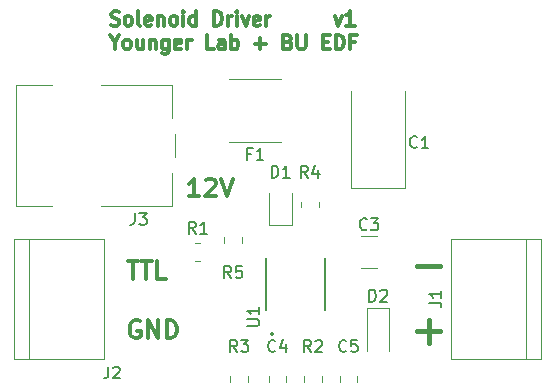
<source format=gto>
%TF.GenerationSoftware,KiCad,Pcbnew,7.0.5-1.fc38*%
%TF.CreationDate,2023-07-21T11:59:43-04:00*%
%TF.ProjectId,driver-v0,64726976-6572-42d7-9630-2e6b69636164,rev?*%
%TF.SameCoordinates,Original*%
%TF.FileFunction,Legend,Top*%
%TF.FilePolarity,Positive*%
%FSLAX46Y46*%
G04 Gerber Fmt 4.6, Leading zero omitted, Abs format (unit mm)*
G04 Created by KiCad (PCBNEW 7.0.5-1.fc38) date 2023-07-21 11:59:43*
%MOMM*%
%LPD*%
G01*
G04 APERTURE LIST*
%ADD10C,0.300000*%
%ADD11C,0.400000*%
%ADD12C,0.150000*%
%ADD13C,0.120000*%
%ADD14C,0.127000*%
%ADD15C,0.200000*%
G04 APERTURE END LIST*
D10*
X134711653Y-97266114D02*
X134711653Y-97837542D01*
X134311653Y-96637542D02*
X134711653Y-97266114D01*
X134711653Y-97266114D02*
X135111653Y-96637542D01*
X135683081Y-97837542D02*
X135568796Y-97780400D01*
X135568796Y-97780400D02*
X135511653Y-97723257D01*
X135511653Y-97723257D02*
X135454510Y-97608971D01*
X135454510Y-97608971D02*
X135454510Y-97266114D01*
X135454510Y-97266114D02*
X135511653Y-97151828D01*
X135511653Y-97151828D02*
X135568796Y-97094685D01*
X135568796Y-97094685D02*
X135683081Y-97037542D01*
X135683081Y-97037542D02*
X135854510Y-97037542D01*
X135854510Y-97037542D02*
X135968796Y-97094685D01*
X135968796Y-97094685D02*
X136025939Y-97151828D01*
X136025939Y-97151828D02*
X136083081Y-97266114D01*
X136083081Y-97266114D02*
X136083081Y-97608971D01*
X136083081Y-97608971D02*
X136025939Y-97723257D01*
X136025939Y-97723257D02*
X135968796Y-97780400D01*
X135968796Y-97780400D02*
X135854510Y-97837542D01*
X135854510Y-97837542D02*
X135683081Y-97837542D01*
X137111653Y-97037542D02*
X137111653Y-97837542D01*
X136597367Y-97037542D02*
X136597367Y-97666114D01*
X136597367Y-97666114D02*
X136654510Y-97780400D01*
X136654510Y-97780400D02*
X136768795Y-97837542D01*
X136768795Y-97837542D02*
X136940224Y-97837542D01*
X136940224Y-97837542D02*
X137054510Y-97780400D01*
X137054510Y-97780400D02*
X137111653Y-97723257D01*
X137683081Y-97037542D02*
X137683081Y-97837542D01*
X137683081Y-97151828D02*
X137740224Y-97094685D01*
X137740224Y-97094685D02*
X137854509Y-97037542D01*
X137854509Y-97037542D02*
X138025938Y-97037542D01*
X138025938Y-97037542D02*
X138140224Y-97094685D01*
X138140224Y-97094685D02*
X138197367Y-97208971D01*
X138197367Y-97208971D02*
X138197367Y-97837542D01*
X139283081Y-97037542D02*
X139283081Y-98008971D01*
X139283081Y-98008971D02*
X139225938Y-98123257D01*
X139225938Y-98123257D02*
X139168795Y-98180400D01*
X139168795Y-98180400D02*
X139054509Y-98237542D01*
X139054509Y-98237542D02*
X138883081Y-98237542D01*
X138883081Y-98237542D02*
X138768795Y-98180400D01*
X139283081Y-97780400D02*
X139168795Y-97837542D01*
X139168795Y-97837542D02*
X138940223Y-97837542D01*
X138940223Y-97837542D02*
X138825938Y-97780400D01*
X138825938Y-97780400D02*
X138768795Y-97723257D01*
X138768795Y-97723257D02*
X138711652Y-97608971D01*
X138711652Y-97608971D02*
X138711652Y-97266114D01*
X138711652Y-97266114D02*
X138768795Y-97151828D01*
X138768795Y-97151828D02*
X138825938Y-97094685D01*
X138825938Y-97094685D02*
X138940223Y-97037542D01*
X138940223Y-97037542D02*
X139168795Y-97037542D01*
X139168795Y-97037542D02*
X139283081Y-97094685D01*
X140311652Y-97780400D02*
X140197366Y-97837542D01*
X140197366Y-97837542D02*
X139968795Y-97837542D01*
X139968795Y-97837542D02*
X139854509Y-97780400D01*
X139854509Y-97780400D02*
X139797366Y-97666114D01*
X139797366Y-97666114D02*
X139797366Y-97208971D01*
X139797366Y-97208971D02*
X139854509Y-97094685D01*
X139854509Y-97094685D02*
X139968795Y-97037542D01*
X139968795Y-97037542D02*
X140197366Y-97037542D01*
X140197366Y-97037542D02*
X140311652Y-97094685D01*
X140311652Y-97094685D02*
X140368795Y-97208971D01*
X140368795Y-97208971D02*
X140368795Y-97323257D01*
X140368795Y-97323257D02*
X139797366Y-97437542D01*
X140883080Y-97837542D02*
X140883080Y-97037542D01*
X140883080Y-97266114D02*
X140940223Y-97151828D01*
X140940223Y-97151828D02*
X140997366Y-97094685D01*
X140997366Y-97094685D02*
X141111651Y-97037542D01*
X141111651Y-97037542D02*
X141225937Y-97037542D01*
X143111651Y-97837542D02*
X142540223Y-97837542D01*
X142540223Y-97837542D02*
X142540223Y-96637542D01*
X144025938Y-97837542D02*
X144025938Y-97208971D01*
X144025938Y-97208971D02*
X143968795Y-97094685D01*
X143968795Y-97094685D02*
X143854509Y-97037542D01*
X143854509Y-97037542D02*
X143625938Y-97037542D01*
X143625938Y-97037542D02*
X143511652Y-97094685D01*
X144025938Y-97780400D02*
X143911652Y-97837542D01*
X143911652Y-97837542D02*
X143625938Y-97837542D01*
X143625938Y-97837542D02*
X143511652Y-97780400D01*
X143511652Y-97780400D02*
X143454509Y-97666114D01*
X143454509Y-97666114D02*
X143454509Y-97551828D01*
X143454509Y-97551828D02*
X143511652Y-97437542D01*
X143511652Y-97437542D02*
X143625938Y-97380400D01*
X143625938Y-97380400D02*
X143911652Y-97380400D01*
X143911652Y-97380400D02*
X144025938Y-97323257D01*
X144597366Y-97837542D02*
X144597366Y-96637542D01*
X144597366Y-97094685D02*
X144711652Y-97037542D01*
X144711652Y-97037542D02*
X144940223Y-97037542D01*
X144940223Y-97037542D02*
X145054509Y-97094685D01*
X145054509Y-97094685D02*
X145111652Y-97151828D01*
X145111652Y-97151828D02*
X145168794Y-97266114D01*
X145168794Y-97266114D02*
X145168794Y-97608971D01*
X145168794Y-97608971D02*
X145111652Y-97723257D01*
X145111652Y-97723257D02*
X145054509Y-97780400D01*
X145054509Y-97780400D02*
X144940223Y-97837542D01*
X144940223Y-97837542D02*
X144711652Y-97837542D01*
X144711652Y-97837542D02*
X144597366Y-97780400D01*
X146597366Y-97380400D02*
X147511652Y-97380400D01*
X147054509Y-97837542D02*
X147054509Y-96923257D01*
X149397366Y-97208971D02*
X149568794Y-97266114D01*
X149568794Y-97266114D02*
X149625937Y-97323257D01*
X149625937Y-97323257D02*
X149683080Y-97437542D01*
X149683080Y-97437542D02*
X149683080Y-97608971D01*
X149683080Y-97608971D02*
X149625937Y-97723257D01*
X149625937Y-97723257D02*
X149568794Y-97780400D01*
X149568794Y-97780400D02*
X149454509Y-97837542D01*
X149454509Y-97837542D02*
X148997366Y-97837542D01*
X148997366Y-97837542D02*
X148997366Y-96637542D01*
X148997366Y-96637542D02*
X149397366Y-96637542D01*
X149397366Y-96637542D02*
X149511652Y-96694685D01*
X149511652Y-96694685D02*
X149568794Y-96751828D01*
X149568794Y-96751828D02*
X149625937Y-96866114D01*
X149625937Y-96866114D02*
X149625937Y-96980400D01*
X149625937Y-96980400D02*
X149568794Y-97094685D01*
X149568794Y-97094685D02*
X149511652Y-97151828D01*
X149511652Y-97151828D02*
X149397366Y-97208971D01*
X149397366Y-97208971D02*
X148997366Y-97208971D01*
X150197366Y-96637542D02*
X150197366Y-97608971D01*
X150197366Y-97608971D02*
X150254509Y-97723257D01*
X150254509Y-97723257D02*
X150311652Y-97780400D01*
X150311652Y-97780400D02*
X150425937Y-97837542D01*
X150425937Y-97837542D02*
X150654509Y-97837542D01*
X150654509Y-97837542D02*
X150768794Y-97780400D01*
X150768794Y-97780400D02*
X150825937Y-97723257D01*
X150825937Y-97723257D02*
X150883080Y-97608971D01*
X150883080Y-97608971D02*
X150883080Y-96637542D01*
X152368795Y-97208971D02*
X152768795Y-97208971D01*
X152940223Y-97837542D02*
X152368795Y-97837542D01*
X152368795Y-97837542D02*
X152368795Y-96637542D01*
X152368795Y-96637542D02*
X152940223Y-96637542D01*
X153454509Y-97837542D02*
X153454509Y-96637542D01*
X153454509Y-96637542D02*
X153740223Y-96637542D01*
X153740223Y-96637542D02*
X153911652Y-96694685D01*
X153911652Y-96694685D02*
X154025937Y-96808971D01*
X154025937Y-96808971D02*
X154083080Y-96923257D01*
X154083080Y-96923257D02*
X154140223Y-97151828D01*
X154140223Y-97151828D02*
X154140223Y-97323257D01*
X154140223Y-97323257D02*
X154083080Y-97551828D01*
X154083080Y-97551828D02*
X154025937Y-97666114D01*
X154025937Y-97666114D02*
X153911652Y-97780400D01*
X153911652Y-97780400D02*
X153740223Y-97837542D01*
X153740223Y-97837542D02*
X153454509Y-97837542D01*
X155054509Y-97208971D02*
X154654509Y-97208971D01*
X154654509Y-97837542D02*
X154654509Y-96637542D01*
X154654509Y-96637542D02*
X155225937Y-96637542D01*
X134425939Y-95780400D02*
X134597368Y-95837542D01*
X134597368Y-95837542D02*
X134883082Y-95837542D01*
X134883082Y-95837542D02*
X134997368Y-95780400D01*
X134997368Y-95780400D02*
X135054510Y-95723257D01*
X135054510Y-95723257D02*
X135111653Y-95608971D01*
X135111653Y-95608971D02*
X135111653Y-95494685D01*
X135111653Y-95494685D02*
X135054510Y-95380400D01*
X135054510Y-95380400D02*
X134997368Y-95323257D01*
X134997368Y-95323257D02*
X134883082Y-95266114D01*
X134883082Y-95266114D02*
X134654510Y-95208971D01*
X134654510Y-95208971D02*
X134540225Y-95151828D01*
X134540225Y-95151828D02*
X134483082Y-95094685D01*
X134483082Y-95094685D02*
X134425939Y-94980400D01*
X134425939Y-94980400D02*
X134425939Y-94866114D01*
X134425939Y-94866114D02*
X134483082Y-94751828D01*
X134483082Y-94751828D02*
X134540225Y-94694685D01*
X134540225Y-94694685D02*
X134654510Y-94637542D01*
X134654510Y-94637542D02*
X134940225Y-94637542D01*
X134940225Y-94637542D02*
X135111653Y-94694685D01*
X135797367Y-95837542D02*
X135683082Y-95780400D01*
X135683082Y-95780400D02*
X135625939Y-95723257D01*
X135625939Y-95723257D02*
X135568796Y-95608971D01*
X135568796Y-95608971D02*
X135568796Y-95266114D01*
X135568796Y-95266114D02*
X135625939Y-95151828D01*
X135625939Y-95151828D02*
X135683082Y-95094685D01*
X135683082Y-95094685D02*
X135797367Y-95037542D01*
X135797367Y-95037542D02*
X135968796Y-95037542D01*
X135968796Y-95037542D02*
X136083082Y-95094685D01*
X136083082Y-95094685D02*
X136140225Y-95151828D01*
X136140225Y-95151828D02*
X136197367Y-95266114D01*
X136197367Y-95266114D02*
X136197367Y-95608971D01*
X136197367Y-95608971D02*
X136140225Y-95723257D01*
X136140225Y-95723257D02*
X136083082Y-95780400D01*
X136083082Y-95780400D02*
X135968796Y-95837542D01*
X135968796Y-95837542D02*
X135797367Y-95837542D01*
X136883081Y-95837542D02*
X136768796Y-95780400D01*
X136768796Y-95780400D02*
X136711653Y-95666114D01*
X136711653Y-95666114D02*
X136711653Y-94637542D01*
X137797367Y-95780400D02*
X137683081Y-95837542D01*
X137683081Y-95837542D02*
X137454510Y-95837542D01*
X137454510Y-95837542D02*
X137340224Y-95780400D01*
X137340224Y-95780400D02*
X137283081Y-95666114D01*
X137283081Y-95666114D02*
X137283081Y-95208971D01*
X137283081Y-95208971D02*
X137340224Y-95094685D01*
X137340224Y-95094685D02*
X137454510Y-95037542D01*
X137454510Y-95037542D02*
X137683081Y-95037542D01*
X137683081Y-95037542D02*
X137797367Y-95094685D01*
X137797367Y-95094685D02*
X137854510Y-95208971D01*
X137854510Y-95208971D02*
X137854510Y-95323257D01*
X137854510Y-95323257D02*
X137283081Y-95437542D01*
X138368795Y-95037542D02*
X138368795Y-95837542D01*
X138368795Y-95151828D02*
X138425938Y-95094685D01*
X138425938Y-95094685D02*
X138540223Y-95037542D01*
X138540223Y-95037542D02*
X138711652Y-95037542D01*
X138711652Y-95037542D02*
X138825938Y-95094685D01*
X138825938Y-95094685D02*
X138883081Y-95208971D01*
X138883081Y-95208971D02*
X138883081Y-95837542D01*
X139625937Y-95837542D02*
X139511652Y-95780400D01*
X139511652Y-95780400D02*
X139454509Y-95723257D01*
X139454509Y-95723257D02*
X139397366Y-95608971D01*
X139397366Y-95608971D02*
X139397366Y-95266114D01*
X139397366Y-95266114D02*
X139454509Y-95151828D01*
X139454509Y-95151828D02*
X139511652Y-95094685D01*
X139511652Y-95094685D02*
X139625937Y-95037542D01*
X139625937Y-95037542D02*
X139797366Y-95037542D01*
X139797366Y-95037542D02*
X139911652Y-95094685D01*
X139911652Y-95094685D02*
X139968795Y-95151828D01*
X139968795Y-95151828D02*
X140025937Y-95266114D01*
X140025937Y-95266114D02*
X140025937Y-95608971D01*
X140025937Y-95608971D02*
X139968795Y-95723257D01*
X139968795Y-95723257D02*
X139911652Y-95780400D01*
X139911652Y-95780400D02*
X139797366Y-95837542D01*
X139797366Y-95837542D02*
X139625937Y-95837542D01*
X140540223Y-95837542D02*
X140540223Y-95037542D01*
X140540223Y-94637542D02*
X140483080Y-94694685D01*
X140483080Y-94694685D02*
X140540223Y-94751828D01*
X140540223Y-94751828D02*
X140597366Y-94694685D01*
X140597366Y-94694685D02*
X140540223Y-94637542D01*
X140540223Y-94637542D02*
X140540223Y-94751828D01*
X141625938Y-95837542D02*
X141625938Y-94637542D01*
X141625938Y-95780400D02*
X141511652Y-95837542D01*
X141511652Y-95837542D02*
X141283080Y-95837542D01*
X141283080Y-95837542D02*
X141168795Y-95780400D01*
X141168795Y-95780400D02*
X141111652Y-95723257D01*
X141111652Y-95723257D02*
X141054509Y-95608971D01*
X141054509Y-95608971D02*
X141054509Y-95266114D01*
X141054509Y-95266114D02*
X141111652Y-95151828D01*
X141111652Y-95151828D02*
X141168795Y-95094685D01*
X141168795Y-95094685D02*
X141283080Y-95037542D01*
X141283080Y-95037542D02*
X141511652Y-95037542D01*
X141511652Y-95037542D02*
X141625938Y-95094685D01*
X143111652Y-95837542D02*
X143111652Y-94637542D01*
X143111652Y-94637542D02*
X143397366Y-94637542D01*
X143397366Y-94637542D02*
X143568795Y-94694685D01*
X143568795Y-94694685D02*
X143683080Y-94808971D01*
X143683080Y-94808971D02*
X143740223Y-94923257D01*
X143740223Y-94923257D02*
X143797366Y-95151828D01*
X143797366Y-95151828D02*
X143797366Y-95323257D01*
X143797366Y-95323257D02*
X143740223Y-95551828D01*
X143740223Y-95551828D02*
X143683080Y-95666114D01*
X143683080Y-95666114D02*
X143568795Y-95780400D01*
X143568795Y-95780400D02*
X143397366Y-95837542D01*
X143397366Y-95837542D02*
X143111652Y-95837542D01*
X144311652Y-95837542D02*
X144311652Y-95037542D01*
X144311652Y-95266114D02*
X144368795Y-95151828D01*
X144368795Y-95151828D02*
X144425938Y-95094685D01*
X144425938Y-95094685D02*
X144540223Y-95037542D01*
X144540223Y-95037542D02*
X144654509Y-95037542D01*
X145054509Y-95837542D02*
X145054509Y-95037542D01*
X145054509Y-94637542D02*
X144997366Y-94694685D01*
X144997366Y-94694685D02*
X145054509Y-94751828D01*
X145054509Y-94751828D02*
X145111652Y-94694685D01*
X145111652Y-94694685D02*
X145054509Y-94637542D01*
X145054509Y-94637542D02*
X145054509Y-94751828D01*
X145511652Y-95037542D02*
X145797366Y-95837542D01*
X145797366Y-95837542D02*
X146083081Y-95037542D01*
X146997367Y-95780400D02*
X146883081Y-95837542D01*
X146883081Y-95837542D02*
X146654510Y-95837542D01*
X146654510Y-95837542D02*
X146540224Y-95780400D01*
X146540224Y-95780400D02*
X146483081Y-95666114D01*
X146483081Y-95666114D02*
X146483081Y-95208971D01*
X146483081Y-95208971D02*
X146540224Y-95094685D01*
X146540224Y-95094685D02*
X146654510Y-95037542D01*
X146654510Y-95037542D02*
X146883081Y-95037542D01*
X146883081Y-95037542D02*
X146997367Y-95094685D01*
X146997367Y-95094685D02*
X147054510Y-95208971D01*
X147054510Y-95208971D02*
X147054510Y-95323257D01*
X147054510Y-95323257D02*
X146483081Y-95437542D01*
X147568795Y-95837542D02*
X147568795Y-95037542D01*
X147568795Y-95266114D02*
X147625938Y-95151828D01*
X147625938Y-95151828D02*
X147683081Y-95094685D01*
X147683081Y-95094685D02*
X147797366Y-95037542D01*
X147797366Y-95037542D02*
X147911652Y-95037542D01*
D11*
X160358395Y-116220866D02*
X162263157Y-116220866D01*
X160358395Y-121720866D02*
X162263157Y-121720866D01*
X161310776Y-122673247D02*
X161310776Y-120768485D01*
D10*
X135840225Y-115800828D02*
X136697368Y-115800828D01*
X136268796Y-117300828D02*
X136268796Y-115800828D01*
X136983082Y-115800828D02*
X137840225Y-115800828D01*
X137411653Y-117300828D02*
X137411653Y-115800828D01*
X139054510Y-117300828D02*
X138340224Y-117300828D01*
X138340224Y-117300828D02*
X138340224Y-115800828D01*
X153368796Y-95037542D02*
X153654510Y-95837542D01*
X153654510Y-95837542D02*
X153940225Y-95037542D01*
X155025939Y-95837542D02*
X154340225Y-95837542D01*
X154683082Y-95837542D02*
X154683082Y-94637542D01*
X154683082Y-94637542D02*
X154568796Y-94808971D01*
X154568796Y-94808971D02*
X154454511Y-94923257D01*
X154454511Y-94923257D02*
X154340225Y-94980400D01*
X141840225Y-110300828D02*
X140983082Y-110300828D01*
X141411653Y-110300828D02*
X141411653Y-108800828D01*
X141411653Y-108800828D02*
X141268796Y-109015114D01*
X141268796Y-109015114D02*
X141125939Y-109157971D01*
X141125939Y-109157971D02*
X140983082Y-109229400D01*
X142411653Y-108943685D02*
X142483081Y-108872257D01*
X142483081Y-108872257D02*
X142625939Y-108800828D01*
X142625939Y-108800828D02*
X142983081Y-108800828D01*
X142983081Y-108800828D02*
X143125939Y-108872257D01*
X143125939Y-108872257D02*
X143197367Y-108943685D01*
X143197367Y-108943685D02*
X143268796Y-109086542D01*
X143268796Y-109086542D02*
X143268796Y-109229400D01*
X143268796Y-109229400D02*
X143197367Y-109443685D01*
X143197367Y-109443685D02*
X142340224Y-110300828D01*
X142340224Y-110300828D02*
X143268796Y-110300828D01*
X143697367Y-108800828D02*
X144197367Y-110300828D01*
X144197367Y-110300828D02*
X144697367Y-108800828D01*
X136840225Y-120872257D02*
X136697368Y-120800828D01*
X136697368Y-120800828D02*
X136483082Y-120800828D01*
X136483082Y-120800828D02*
X136268796Y-120872257D01*
X136268796Y-120872257D02*
X136125939Y-121015114D01*
X136125939Y-121015114D02*
X136054510Y-121157971D01*
X136054510Y-121157971D02*
X135983082Y-121443685D01*
X135983082Y-121443685D02*
X135983082Y-121657971D01*
X135983082Y-121657971D02*
X136054510Y-121943685D01*
X136054510Y-121943685D02*
X136125939Y-122086542D01*
X136125939Y-122086542D02*
X136268796Y-122229400D01*
X136268796Y-122229400D02*
X136483082Y-122300828D01*
X136483082Y-122300828D02*
X136625939Y-122300828D01*
X136625939Y-122300828D02*
X136840225Y-122229400D01*
X136840225Y-122229400D02*
X136911653Y-122157971D01*
X136911653Y-122157971D02*
X136911653Y-121657971D01*
X136911653Y-121657971D02*
X136625939Y-121657971D01*
X137554510Y-122300828D02*
X137554510Y-120800828D01*
X137554510Y-120800828D02*
X138411653Y-122300828D01*
X138411653Y-122300828D02*
X138411653Y-120800828D01*
X139125939Y-122300828D02*
X139125939Y-120800828D01*
X139125939Y-120800828D02*
X139483082Y-120800828D01*
X139483082Y-120800828D02*
X139697368Y-120872257D01*
X139697368Y-120872257D02*
X139840225Y-121015114D01*
X139840225Y-121015114D02*
X139911654Y-121157971D01*
X139911654Y-121157971D02*
X139983082Y-121443685D01*
X139983082Y-121443685D02*
X139983082Y-121657971D01*
X139983082Y-121657971D02*
X139911654Y-121943685D01*
X139911654Y-121943685D02*
X139840225Y-122086542D01*
X139840225Y-122086542D02*
X139697368Y-122229400D01*
X139697368Y-122229400D02*
X139483082Y-122300828D01*
X139483082Y-122300828D02*
X139125939Y-122300828D01*
D12*
%TO.C,R3*%
X145083333Y-123454819D02*
X144750000Y-122978628D01*
X144511905Y-123454819D02*
X144511905Y-122454819D01*
X144511905Y-122454819D02*
X144892857Y-122454819D01*
X144892857Y-122454819D02*
X144988095Y-122502438D01*
X144988095Y-122502438D02*
X145035714Y-122550057D01*
X145035714Y-122550057D02*
X145083333Y-122645295D01*
X145083333Y-122645295D02*
X145083333Y-122788152D01*
X145083333Y-122788152D02*
X145035714Y-122883390D01*
X145035714Y-122883390D02*
X144988095Y-122931009D01*
X144988095Y-122931009D02*
X144892857Y-122978628D01*
X144892857Y-122978628D02*
X144511905Y-122978628D01*
X145416667Y-122454819D02*
X146035714Y-122454819D01*
X146035714Y-122454819D02*
X145702381Y-122835771D01*
X145702381Y-122835771D02*
X145845238Y-122835771D01*
X145845238Y-122835771D02*
X145940476Y-122883390D01*
X145940476Y-122883390D02*
X145988095Y-122931009D01*
X145988095Y-122931009D02*
X146035714Y-123026247D01*
X146035714Y-123026247D02*
X146035714Y-123264342D01*
X146035714Y-123264342D02*
X145988095Y-123359580D01*
X145988095Y-123359580D02*
X145940476Y-123407200D01*
X145940476Y-123407200D02*
X145845238Y-123454819D01*
X145845238Y-123454819D02*
X145559524Y-123454819D01*
X145559524Y-123454819D02*
X145464286Y-123407200D01*
X145464286Y-123407200D02*
X145416667Y-123359580D01*
%TO.C,R1*%
X141583333Y-113454819D02*
X141250000Y-112978628D01*
X141011905Y-113454819D02*
X141011905Y-112454819D01*
X141011905Y-112454819D02*
X141392857Y-112454819D01*
X141392857Y-112454819D02*
X141488095Y-112502438D01*
X141488095Y-112502438D02*
X141535714Y-112550057D01*
X141535714Y-112550057D02*
X141583333Y-112645295D01*
X141583333Y-112645295D02*
X141583333Y-112788152D01*
X141583333Y-112788152D02*
X141535714Y-112883390D01*
X141535714Y-112883390D02*
X141488095Y-112931009D01*
X141488095Y-112931009D02*
X141392857Y-112978628D01*
X141392857Y-112978628D02*
X141011905Y-112978628D01*
X142535714Y-113454819D02*
X141964286Y-113454819D01*
X142250000Y-113454819D02*
X142250000Y-112454819D01*
X142250000Y-112454819D02*
X142154762Y-112597676D01*
X142154762Y-112597676D02*
X142059524Y-112692914D01*
X142059524Y-112692914D02*
X141964286Y-112740533D01*
%TO.C,C3*%
X156083333Y-113059580D02*
X156035714Y-113107200D01*
X156035714Y-113107200D02*
X155892857Y-113154819D01*
X155892857Y-113154819D02*
X155797619Y-113154819D01*
X155797619Y-113154819D02*
X155654762Y-113107200D01*
X155654762Y-113107200D02*
X155559524Y-113011961D01*
X155559524Y-113011961D02*
X155511905Y-112916723D01*
X155511905Y-112916723D02*
X155464286Y-112726247D01*
X155464286Y-112726247D02*
X155464286Y-112583390D01*
X155464286Y-112583390D02*
X155511905Y-112392914D01*
X155511905Y-112392914D02*
X155559524Y-112297676D01*
X155559524Y-112297676D02*
X155654762Y-112202438D01*
X155654762Y-112202438D02*
X155797619Y-112154819D01*
X155797619Y-112154819D02*
X155892857Y-112154819D01*
X155892857Y-112154819D02*
X156035714Y-112202438D01*
X156035714Y-112202438D02*
X156083333Y-112250057D01*
X156416667Y-112154819D02*
X157035714Y-112154819D01*
X157035714Y-112154819D02*
X156702381Y-112535771D01*
X156702381Y-112535771D02*
X156845238Y-112535771D01*
X156845238Y-112535771D02*
X156940476Y-112583390D01*
X156940476Y-112583390D02*
X156988095Y-112631009D01*
X156988095Y-112631009D02*
X157035714Y-112726247D01*
X157035714Y-112726247D02*
X157035714Y-112964342D01*
X157035714Y-112964342D02*
X156988095Y-113059580D01*
X156988095Y-113059580D02*
X156940476Y-113107200D01*
X156940476Y-113107200D02*
X156845238Y-113154819D01*
X156845238Y-113154819D02*
X156559524Y-113154819D01*
X156559524Y-113154819D02*
X156464286Y-113107200D01*
X156464286Y-113107200D02*
X156416667Y-113059580D01*
%TO.C,F1*%
X146266666Y-106681009D02*
X145933333Y-106681009D01*
X145933333Y-107204819D02*
X145933333Y-106204819D01*
X145933333Y-106204819D02*
X146409523Y-106204819D01*
X147314285Y-107204819D02*
X146742857Y-107204819D01*
X147028571Y-107204819D02*
X147028571Y-106204819D01*
X147028571Y-106204819D02*
X146933333Y-106347676D01*
X146933333Y-106347676D02*
X146838095Y-106442914D01*
X146838095Y-106442914D02*
X146742857Y-106490533D01*
%TO.C,R5*%
X144583333Y-117204819D02*
X144250000Y-116728628D01*
X144011905Y-117204819D02*
X144011905Y-116204819D01*
X144011905Y-116204819D02*
X144392857Y-116204819D01*
X144392857Y-116204819D02*
X144488095Y-116252438D01*
X144488095Y-116252438D02*
X144535714Y-116300057D01*
X144535714Y-116300057D02*
X144583333Y-116395295D01*
X144583333Y-116395295D02*
X144583333Y-116538152D01*
X144583333Y-116538152D02*
X144535714Y-116633390D01*
X144535714Y-116633390D02*
X144488095Y-116681009D01*
X144488095Y-116681009D02*
X144392857Y-116728628D01*
X144392857Y-116728628D02*
X144011905Y-116728628D01*
X145488095Y-116204819D02*
X145011905Y-116204819D01*
X145011905Y-116204819D02*
X144964286Y-116681009D01*
X144964286Y-116681009D02*
X145011905Y-116633390D01*
X145011905Y-116633390D02*
X145107143Y-116585771D01*
X145107143Y-116585771D02*
X145345238Y-116585771D01*
X145345238Y-116585771D02*
X145440476Y-116633390D01*
X145440476Y-116633390D02*
X145488095Y-116681009D01*
X145488095Y-116681009D02*
X145535714Y-116776247D01*
X145535714Y-116776247D02*
X145535714Y-117014342D01*
X145535714Y-117014342D02*
X145488095Y-117109580D01*
X145488095Y-117109580D02*
X145440476Y-117157200D01*
X145440476Y-117157200D02*
X145345238Y-117204819D01*
X145345238Y-117204819D02*
X145107143Y-117204819D01*
X145107143Y-117204819D02*
X145011905Y-117157200D01*
X145011905Y-117157200D02*
X144964286Y-117109580D01*
%TO.C,U1*%
X145954819Y-121261904D02*
X146764342Y-121261904D01*
X146764342Y-121261904D02*
X146859580Y-121214285D01*
X146859580Y-121214285D02*
X146907200Y-121166666D01*
X146907200Y-121166666D02*
X146954819Y-121071428D01*
X146954819Y-121071428D02*
X146954819Y-120880952D01*
X146954819Y-120880952D02*
X146907200Y-120785714D01*
X146907200Y-120785714D02*
X146859580Y-120738095D01*
X146859580Y-120738095D02*
X146764342Y-120690476D01*
X146764342Y-120690476D02*
X145954819Y-120690476D01*
X146954819Y-119690476D02*
X146954819Y-120261904D01*
X146954819Y-119976190D02*
X145954819Y-119976190D01*
X145954819Y-119976190D02*
X146097676Y-120071428D01*
X146097676Y-120071428D02*
X146192914Y-120166666D01*
X146192914Y-120166666D02*
X146240533Y-120261904D01*
%TO.C,D2*%
X156261905Y-119204819D02*
X156261905Y-118204819D01*
X156261905Y-118204819D02*
X156500000Y-118204819D01*
X156500000Y-118204819D02*
X156642857Y-118252438D01*
X156642857Y-118252438D02*
X156738095Y-118347676D01*
X156738095Y-118347676D02*
X156785714Y-118442914D01*
X156785714Y-118442914D02*
X156833333Y-118633390D01*
X156833333Y-118633390D02*
X156833333Y-118776247D01*
X156833333Y-118776247D02*
X156785714Y-118966723D01*
X156785714Y-118966723D02*
X156738095Y-119061961D01*
X156738095Y-119061961D02*
X156642857Y-119157200D01*
X156642857Y-119157200D02*
X156500000Y-119204819D01*
X156500000Y-119204819D02*
X156261905Y-119204819D01*
X157214286Y-118300057D02*
X157261905Y-118252438D01*
X157261905Y-118252438D02*
X157357143Y-118204819D01*
X157357143Y-118204819D02*
X157595238Y-118204819D01*
X157595238Y-118204819D02*
X157690476Y-118252438D01*
X157690476Y-118252438D02*
X157738095Y-118300057D01*
X157738095Y-118300057D02*
X157785714Y-118395295D01*
X157785714Y-118395295D02*
X157785714Y-118490533D01*
X157785714Y-118490533D02*
X157738095Y-118633390D01*
X157738095Y-118633390D02*
X157166667Y-119204819D01*
X157166667Y-119204819D02*
X157785714Y-119204819D01*
%TO.C,J2*%
X134166666Y-124704819D02*
X134166666Y-125419104D01*
X134166666Y-125419104D02*
X134119047Y-125561961D01*
X134119047Y-125561961D02*
X134023809Y-125657200D01*
X134023809Y-125657200D02*
X133880952Y-125704819D01*
X133880952Y-125704819D02*
X133785714Y-125704819D01*
X134595238Y-124800057D02*
X134642857Y-124752438D01*
X134642857Y-124752438D02*
X134738095Y-124704819D01*
X134738095Y-124704819D02*
X134976190Y-124704819D01*
X134976190Y-124704819D02*
X135071428Y-124752438D01*
X135071428Y-124752438D02*
X135119047Y-124800057D01*
X135119047Y-124800057D02*
X135166666Y-124895295D01*
X135166666Y-124895295D02*
X135166666Y-124990533D01*
X135166666Y-124990533D02*
X135119047Y-125133390D01*
X135119047Y-125133390D02*
X134547619Y-125704819D01*
X134547619Y-125704819D02*
X135166666Y-125704819D01*
%TO.C,D1*%
X148011905Y-108704819D02*
X148011905Y-107704819D01*
X148011905Y-107704819D02*
X148250000Y-107704819D01*
X148250000Y-107704819D02*
X148392857Y-107752438D01*
X148392857Y-107752438D02*
X148488095Y-107847676D01*
X148488095Y-107847676D02*
X148535714Y-107942914D01*
X148535714Y-107942914D02*
X148583333Y-108133390D01*
X148583333Y-108133390D02*
X148583333Y-108276247D01*
X148583333Y-108276247D02*
X148535714Y-108466723D01*
X148535714Y-108466723D02*
X148488095Y-108561961D01*
X148488095Y-108561961D02*
X148392857Y-108657200D01*
X148392857Y-108657200D02*
X148250000Y-108704819D01*
X148250000Y-108704819D02*
X148011905Y-108704819D01*
X149535714Y-108704819D02*
X148964286Y-108704819D01*
X149250000Y-108704819D02*
X149250000Y-107704819D01*
X149250000Y-107704819D02*
X149154762Y-107847676D01*
X149154762Y-107847676D02*
X149059524Y-107942914D01*
X149059524Y-107942914D02*
X148964286Y-107990533D01*
%TO.C,C4*%
X148333333Y-123359580D02*
X148285714Y-123407200D01*
X148285714Y-123407200D02*
X148142857Y-123454819D01*
X148142857Y-123454819D02*
X148047619Y-123454819D01*
X148047619Y-123454819D02*
X147904762Y-123407200D01*
X147904762Y-123407200D02*
X147809524Y-123311961D01*
X147809524Y-123311961D02*
X147761905Y-123216723D01*
X147761905Y-123216723D02*
X147714286Y-123026247D01*
X147714286Y-123026247D02*
X147714286Y-122883390D01*
X147714286Y-122883390D02*
X147761905Y-122692914D01*
X147761905Y-122692914D02*
X147809524Y-122597676D01*
X147809524Y-122597676D02*
X147904762Y-122502438D01*
X147904762Y-122502438D02*
X148047619Y-122454819D01*
X148047619Y-122454819D02*
X148142857Y-122454819D01*
X148142857Y-122454819D02*
X148285714Y-122502438D01*
X148285714Y-122502438D02*
X148333333Y-122550057D01*
X149190476Y-122788152D02*
X149190476Y-123454819D01*
X148952381Y-122407200D02*
X148714286Y-123121485D01*
X148714286Y-123121485D02*
X149333333Y-123121485D01*
%TO.C,R2*%
X151333333Y-123454819D02*
X151000000Y-122978628D01*
X150761905Y-123454819D02*
X150761905Y-122454819D01*
X150761905Y-122454819D02*
X151142857Y-122454819D01*
X151142857Y-122454819D02*
X151238095Y-122502438D01*
X151238095Y-122502438D02*
X151285714Y-122550057D01*
X151285714Y-122550057D02*
X151333333Y-122645295D01*
X151333333Y-122645295D02*
X151333333Y-122788152D01*
X151333333Y-122788152D02*
X151285714Y-122883390D01*
X151285714Y-122883390D02*
X151238095Y-122931009D01*
X151238095Y-122931009D02*
X151142857Y-122978628D01*
X151142857Y-122978628D02*
X150761905Y-122978628D01*
X151714286Y-122550057D02*
X151761905Y-122502438D01*
X151761905Y-122502438D02*
X151857143Y-122454819D01*
X151857143Y-122454819D02*
X152095238Y-122454819D01*
X152095238Y-122454819D02*
X152190476Y-122502438D01*
X152190476Y-122502438D02*
X152238095Y-122550057D01*
X152238095Y-122550057D02*
X152285714Y-122645295D01*
X152285714Y-122645295D02*
X152285714Y-122740533D01*
X152285714Y-122740533D02*
X152238095Y-122883390D01*
X152238095Y-122883390D02*
X151666667Y-123454819D01*
X151666667Y-123454819D02*
X152285714Y-123454819D01*
%TO.C,J3*%
X136416666Y-111704819D02*
X136416666Y-112419104D01*
X136416666Y-112419104D02*
X136369047Y-112561961D01*
X136369047Y-112561961D02*
X136273809Y-112657200D01*
X136273809Y-112657200D02*
X136130952Y-112704819D01*
X136130952Y-112704819D02*
X136035714Y-112704819D01*
X136797619Y-111704819D02*
X137416666Y-111704819D01*
X137416666Y-111704819D02*
X137083333Y-112085771D01*
X137083333Y-112085771D02*
X137226190Y-112085771D01*
X137226190Y-112085771D02*
X137321428Y-112133390D01*
X137321428Y-112133390D02*
X137369047Y-112181009D01*
X137369047Y-112181009D02*
X137416666Y-112276247D01*
X137416666Y-112276247D02*
X137416666Y-112514342D01*
X137416666Y-112514342D02*
X137369047Y-112609580D01*
X137369047Y-112609580D02*
X137321428Y-112657200D01*
X137321428Y-112657200D02*
X137226190Y-112704819D01*
X137226190Y-112704819D02*
X136940476Y-112704819D01*
X136940476Y-112704819D02*
X136845238Y-112657200D01*
X136845238Y-112657200D02*
X136797619Y-112609580D01*
%TO.C,R4*%
X151083333Y-108704819D02*
X150750000Y-108228628D01*
X150511905Y-108704819D02*
X150511905Y-107704819D01*
X150511905Y-107704819D02*
X150892857Y-107704819D01*
X150892857Y-107704819D02*
X150988095Y-107752438D01*
X150988095Y-107752438D02*
X151035714Y-107800057D01*
X151035714Y-107800057D02*
X151083333Y-107895295D01*
X151083333Y-107895295D02*
X151083333Y-108038152D01*
X151083333Y-108038152D02*
X151035714Y-108133390D01*
X151035714Y-108133390D02*
X150988095Y-108181009D01*
X150988095Y-108181009D02*
X150892857Y-108228628D01*
X150892857Y-108228628D02*
X150511905Y-108228628D01*
X151940476Y-108038152D02*
X151940476Y-108704819D01*
X151702381Y-107657200D02*
X151464286Y-108371485D01*
X151464286Y-108371485D02*
X152083333Y-108371485D01*
%TO.C,C5*%
X154333333Y-123359580D02*
X154285714Y-123407200D01*
X154285714Y-123407200D02*
X154142857Y-123454819D01*
X154142857Y-123454819D02*
X154047619Y-123454819D01*
X154047619Y-123454819D02*
X153904762Y-123407200D01*
X153904762Y-123407200D02*
X153809524Y-123311961D01*
X153809524Y-123311961D02*
X153761905Y-123216723D01*
X153761905Y-123216723D02*
X153714286Y-123026247D01*
X153714286Y-123026247D02*
X153714286Y-122883390D01*
X153714286Y-122883390D02*
X153761905Y-122692914D01*
X153761905Y-122692914D02*
X153809524Y-122597676D01*
X153809524Y-122597676D02*
X153904762Y-122502438D01*
X153904762Y-122502438D02*
X154047619Y-122454819D01*
X154047619Y-122454819D02*
X154142857Y-122454819D01*
X154142857Y-122454819D02*
X154285714Y-122502438D01*
X154285714Y-122502438D02*
X154333333Y-122550057D01*
X155238095Y-122454819D02*
X154761905Y-122454819D01*
X154761905Y-122454819D02*
X154714286Y-122931009D01*
X154714286Y-122931009D02*
X154761905Y-122883390D01*
X154761905Y-122883390D02*
X154857143Y-122835771D01*
X154857143Y-122835771D02*
X155095238Y-122835771D01*
X155095238Y-122835771D02*
X155190476Y-122883390D01*
X155190476Y-122883390D02*
X155238095Y-122931009D01*
X155238095Y-122931009D02*
X155285714Y-123026247D01*
X155285714Y-123026247D02*
X155285714Y-123264342D01*
X155285714Y-123264342D02*
X155238095Y-123359580D01*
X155238095Y-123359580D02*
X155190476Y-123407200D01*
X155190476Y-123407200D02*
X155095238Y-123454819D01*
X155095238Y-123454819D02*
X154857143Y-123454819D01*
X154857143Y-123454819D02*
X154761905Y-123407200D01*
X154761905Y-123407200D02*
X154714286Y-123359580D01*
%TO.C,J1*%
X161374819Y-119293333D02*
X162089104Y-119293333D01*
X162089104Y-119293333D02*
X162231961Y-119340952D01*
X162231961Y-119340952D02*
X162327200Y-119436190D01*
X162327200Y-119436190D02*
X162374819Y-119579047D01*
X162374819Y-119579047D02*
X162374819Y-119674285D01*
X162374819Y-118293333D02*
X162374819Y-118864761D01*
X162374819Y-118579047D02*
X161374819Y-118579047D01*
X161374819Y-118579047D02*
X161517676Y-118674285D01*
X161517676Y-118674285D02*
X161612914Y-118769523D01*
X161612914Y-118769523D02*
X161660533Y-118864761D01*
%TO.C,C1*%
X160333333Y-106109580D02*
X160285714Y-106157200D01*
X160285714Y-106157200D02*
X160142857Y-106204819D01*
X160142857Y-106204819D02*
X160047619Y-106204819D01*
X160047619Y-106204819D02*
X159904762Y-106157200D01*
X159904762Y-106157200D02*
X159809524Y-106061961D01*
X159809524Y-106061961D02*
X159761905Y-105966723D01*
X159761905Y-105966723D02*
X159714286Y-105776247D01*
X159714286Y-105776247D02*
X159714286Y-105633390D01*
X159714286Y-105633390D02*
X159761905Y-105442914D01*
X159761905Y-105442914D02*
X159809524Y-105347676D01*
X159809524Y-105347676D02*
X159904762Y-105252438D01*
X159904762Y-105252438D02*
X160047619Y-105204819D01*
X160047619Y-105204819D02*
X160142857Y-105204819D01*
X160142857Y-105204819D02*
X160285714Y-105252438D01*
X160285714Y-105252438D02*
X160333333Y-105300057D01*
X161285714Y-106204819D02*
X160714286Y-106204819D01*
X161000000Y-106204819D02*
X161000000Y-105204819D01*
X161000000Y-105204819D02*
X160904762Y-105347676D01*
X160904762Y-105347676D02*
X160809524Y-105442914D01*
X160809524Y-105442914D02*
X160714286Y-105490533D01*
D13*
%TO.C,R3*%
X144515000Y-125977064D02*
X144515000Y-125522936D01*
X145985000Y-125977064D02*
X145985000Y-125522936D01*
%TO.C,R1*%
X141522936Y-114265000D02*
X141977064Y-114265000D01*
X141522936Y-115735000D02*
X141977064Y-115735000D01*
%TO.C,C3*%
X155538748Y-113640000D02*
X156961252Y-113640000D01*
X155538748Y-116360000D02*
X156961252Y-116360000D01*
%TO.C,F1*%
X144396248Y-100330000D02*
X148803752Y-100330000D01*
X144396248Y-105670000D02*
X148803752Y-105670000D01*
%TO.C,R5*%
X145485000Y-113772936D02*
X145485000Y-114227064D01*
X144015000Y-113772936D02*
X144015000Y-114227064D01*
D14*
%TO.C,U1*%
X147500000Y-119950000D02*
X147500000Y-115550000D01*
X152500000Y-119950000D02*
X152500000Y-115550000D01*
D15*
X148140000Y-121950000D02*
G75*
G03*
X148140000Y-121950000I-100000J0D01*
G01*
D13*
%TO.C,D2*%
X157950000Y-119740000D02*
X156050000Y-119740000D01*
X157950000Y-119740000D02*
X157950000Y-123400000D01*
X156050000Y-119740000D02*
X156050000Y-123400000D01*
%TO.C,J2*%
X133810000Y-113920000D02*
X126190000Y-113920000D01*
X126190000Y-113920000D02*
X126190000Y-124080000D01*
X133810000Y-124080000D02*
X133810000Y-113920000D01*
X127460000Y-124080000D02*
X127460000Y-113920000D01*
X126190000Y-124080000D02*
X133810000Y-124080000D01*
%TO.C,D1*%
X147790000Y-112685000D02*
X149710000Y-112685000D01*
X149710000Y-112685000D02*
X149710000Y-110000000D01*
X147790000Y-110000000D02*
X147790000Y-112685000D01*
%TO.C,C4*%
X147765000Y-126011252D02*
X147765000Y-125488748D01*
X149235000Y-126011252D02*
X149235000Y-125488748D01*
%TO.C,R2*%
X150765000Y-125977064D02*
X150765000Y-125522936D01*
X152235000Y-125977064D02*
X152235000Y-125522936D01*
%TO.C,J3*%
X139610000Y-100890000D02*
X139610000Y-103700000D01*
X133550000Y-100890000D02*
X139610000Y-100890000D01*
X126390000Y-100890000D02*
X129450000Y-100890000D01*
X139800000Y-105000000D02*
X139800000Y-107000000D01*
X139610000Y-108300000D02*
X139610000Y-111110000D01*
X139610000Y-111110000D02*
X133550000Y-111110000D01*
X129450000Y-111110000D02*
X126390000Y-111110000D01*
X126390000Y-111110000D02*
X126390000Y-100890000D01*
%TO.C,R4*%
X150515000Y-111227064D02*
X150515000Y-110772936D01*
X151985000Y-111227064D02*
X151985000Y-110772936D01*
%TO.C,C5*%
X153765000Y-126011252D02*
X153765000Y-125488748D01*
X155235000Y-126011252D02*
X155235000Y-125488748D01*
%TO.C,J1*%
X163190000Y-124040000D02*
X170810000Y-124040000D01*
X170810000Y-124040000D02*
X170810000Y-113880000D01*
X163190000Y-113880000D02*
X163190000Y-124040000D01*
X169540000Y-113880000D02*
X169540000Y-124040000D01*
X170810000Y-113880000D02*
X163190000Y-113880000D01*
%TO.C,C1*%
X154740000Y-109585000D02*
X159260000Y-109585000D01*
X159260000Y-109585000D02*
X159260000Y-101350000D01*
X154740000Y-101350000D02*
X154740000Y-109585000D01*
%TD*%
M02*

</source>
